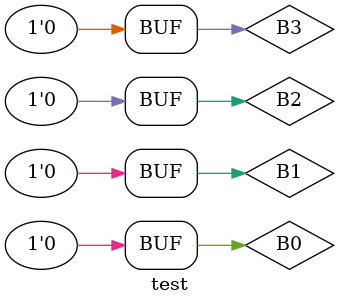
<source format=v>
module humairBinaryToGray(G3,G2,G1,G0,B3,B2,B1,B0);
input B3,B2,B1,B0;
output G3,G2,G1,G0;
wire B3xorB2, B2xorB1, B1xorB0;
or (G3,B3);
xor (G2,B3,B2);
xor (G1,B2,B1);
xor (G0,B1,B0);
endmodule

module test;
reg B3,B2,B1,B0;
wire G3,G2,G1,G0;
humairBinaryToGray x(G3,G2,G1,G0,B3,B2,B1,B0);
initial
begin
B3=1'b 0;B2=1'b 0;B1=1'b 0;B0=1'b 0;#10
B3=1'b 0;B2=1'b 0;B1=1'b 0;B0=1'b 1;#10
B3=1'b 0;B2=1'b 0;B1=1'b 1;B0=1'b 0;#10
B3=1'b 0;B2=1'b 0;B1=1'b 1;B0=1'b 1;#10
B3=1'b 0;B2=1'b 1;B1=1'b 0;B0=1'b 0;#10
B3=1'b 0;B2=1'b 1;B1=1'b 0;B0=1'b 1;#10
B3=1'b 0;B2=1'b 1;B1=1'b 1;B0=1'b 0;#10
B3=1'b 0;B2=1'b 1;B1=1'b 1;B0=1'b 1;#10
B3=1'b 1;B2=1'b 0;B1=1'b 0;B0=1'b 0;#10
B3=1'b 1;B2=1'b 0;B1=1'b 0;B0=1'b 1;#10
B3=1'b 1;B2=1'b 0;B1=1'b 1;B0=1'b 0;#10
B3=1'b 1;B2=1'b 0;B1=1'b 1;B0=1'b 1;#10
B3=1'b 1;B2=1'b 1;B1=1'b 0;B0=1'b 0;#10
B3=1'b 1;B2=1'b 1;B1=1'b 0;B0=1'b 1;#10
B3=1'b 1;B2=1'b 1;B1=1'b 1;B0=1'b 0;#10
B3=1'b 1;B2=1'b 1;B1=1'b 1;B0=1'b 1;#10
B3=1'b 0;B2=1'b 0;B1=1'b 0;B0=1'b 0;
end
endmodule

</source>
